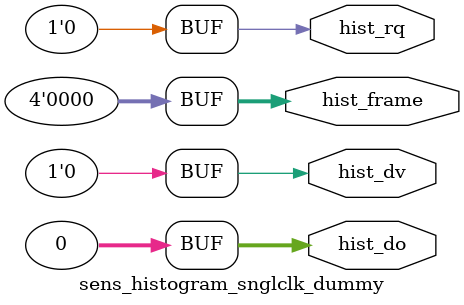
<source format=v>

/*!
 * <b>Module:</b>sens_histogram_snglclk
 * @file sens_histogram_snglclk.v
 * @date 2015-10-21  
 * @author Andrey Filippov     
 *
 * @brief Calculates per-color histogram over the specified rectangular region.
 *              Modified from the original sens_histogram to avoid using double
 *              frequency clock
 *
 * @copyright Copyright (c) 2015 Elphel, Inc.
 *
 * <b>License:</b>
 *
 * sens_histogram_snglclk.v is free software; you can redistribute it and/or modify
 * it under the terms of the GNU General Public License as published by
 * the Free Software Foundation, either version 3 of the License, or
 * (at your option) any later version.
 *
 *  sens_histogram_snglclk.v is distributed in the hope that it will be useful,
 * but WITHOUT ANY WARRANTY; without even the implied warranty of
 * MERCHANTABILITY or FITNESS FOR A PARTICULAR PURPOSE.  See the
 * GNU General Public License for more details.
 *
 * You should have received a copy of the GNU General Public License
 * along with this program.  If not, see <http://www.gnu.org/licenses/> .
 *
 * Additional permission under GNU GPL version 3 section 7:
 * If you modify this Program, or any covered work, by linking or combining it
 * with independent modules provided by the FPGA vendor only (this permission
 * does not extend to any 3-rd party modules, "soft cores" or macros) under
 * different license terms solely for the purpose of generating binary "bitstream"
 * files and/or simulating the code, the copyright holders of this Program give
 * you the right to distribute the covered work without those independent modules
 * as long as the source code for them is available from the FPGA vendor free of
 * charge, and there is no dependence on any encrypted modules for simulating of
 * the combined code. This permission applies to you if the distributed code
 * contains all the components and scripts required to completely simulate it
 * with at least one of the Free Software programs.
 */
`timescale 1ns/1ps
`include "system_defines.vh" // just for debugging histograms 
module  sens_histogram_snglclk #(
    parameter HISTOGRAM_RAM_MODE =     "BUF32", // valid: "NOBUF" (32-bits, no buffering - now is replaced by BUF32), "BUF18", "BUF32"
    parameter HISTOGRAM_ADDR =         'h33c,
    parameter HISTOGRAM_ADDR_MASK =    'h7fe,
    parameter HISTOGRAM_LEFT_TOP =     'h0,
    parameter HISTOGRAM_WIDTH_HEIGHT = 'h1, // 1.. 2^16, 0 - use HACT
    parameter [1:0] XOR_HIST_BAYER =  2'b00,// 11 // invert bayer setting
    parameter NUM_FRAME_BITS =          4 // number of bits use for frame number 
    
`ifdef DEBUG_RING
        ,parameter DEBUG_CMD_LATENCY = 2 // SuppressThisWarning VEditor - not used
`endif        
    
)(
    input                           mrst,      // @posedge mclk, sync reset
    input                           prst,      // @posedge pclk, sync reset
    input                           pclk,   // global clock input, pixel rate (96MHz for MT9P006)
    input      [NUM_FRAME_BITS-1:0] frame_num_seq, // frame number from the command sequencer, valid at sof
    input                           sof,
    input                           eof,
    input                           hact,
    input                     [7:0] hist_di, // 8-bit pixel data
    input                     [1:0] bayer,
    input                           mclk,
    input                           hist_en,  // @mclk - gracefully enable/disable histogram
    input                           hist_rst, // @mclk - immediately disable if true
    output                          hist_rq,
    output reg [NUM_FRAME_BITS-1:0] hist_frame, // frame number matching histogram output
    input                           hist_grant,
    output                   [31:0] hist_do,
    output reg                      hist_dv,
    input                     [7:0] cmd_ad,      // byte-serial command address/data (up to 6 bytes: AL-AH-D0-D1-D2-D3 
    input                           cmd_stb      // strobe (with first byte) for the command a/d
//    , input         monochrome    // NOT supported in this implementation  - use software to sum
`ifdef DEBUG_RING       
    ,output                       debug_do, // output to the debug ring
     input                        debug_sl, // 0 - idle, (1,0) - shift, (1,1) - load // SuppressThisWarning VEditor - not used
     input                        debug_di  // input from the debug ring
`endif

);
    
    localparam HIST_WIDTH = (HISTOGRAM_RAM_MODE == "BUF18") ? 18 : 32;
    
    reg  [NUM_FRAME_BITS-1:0] hist_frame_ram[0:1]; // frame numbers (in and out)
    reg         hist_bank_write;
    
    reg   [8:0] hist_rwaddr_even; // {bayer[1], pixel}
    reg   [8:0] hist_rwaddr_odd; // {bayer[1], pixel}
    
    reg         hist_bank_read;
    
    wire          set_left_top_w;
    wire          set_width_height_w;
     
    wire    [1:0] pio_addr;
    wire   [31:0] pio_data;
    wire          pio_stb;
    
    reg    [31:0] lt_mclk;   // left+top @ posedge mclk
    reg    [31:0] wh_mclk;   // width+height @ posedge mclk
    reg    [15:0] width_m1;  // @posedge pclk
    reg    [15:0] height_m1; // @posedge pclk 
    reg    [15:0] left;      // @posedge pclk
    reg    [15:0] top;       // @posedge pclk
    
    reg           hist_en_pclk;  // @pclk - gracefully enable/disable histogram
    reg           hist_rst_pclk; // @pclk - immediately disable if true
    reg           en;
    reg           en_new; // @ pclk - enable new frame
    
    reg           en_mclk;
    
    wire          set_left_top_pclk;
    wire          set_width_height_pclk;
//    reg           pclk_sync; // CE for pclk2x, ~=pclk
    reg           odd_pix;
    
    reg     [1:0] bayer_pclk;
    
    reg     [1:0] hact_d;
    
    reg           top_margin;   // above (before) active window
    reg     [1:0] hist_done;    // @pclk single cycle
    wire          hist_done_mclk;
    reg           hist_done_mclk_d; // next cycle after hist_done_mclk (hist_bank_read valid)
    
    reg           vert_woi;     // vertically in window TESTED ACTIVE
    reg           left_margin;  // left of (before) active window
//    reg    [2:0]  woi;          // @ pclk2x - inside WOI (and delayed
    reg    [6:0]  hor_woi;      // vertically in window and delayed
    reg    [15:0] vcntr;        // vertical (line) counter
    reg    [15:0] hcntr;        // horizontal (pixel) counter
    wire          vcntr_zero_w; // vertical counter is zero
    wire          hcntr_zero_w; // horizontal counter is zero

    reg           hist_out; // some data yet to be sent out
    reg           hist_out_d;
    reg     [2:0] hist_re;
    reg           hist_re_even;
    reg           hist_re_odd;
    reg     [9:0] hist_raddr;
    reg           hist_rq_r;
    wire          hist_xfer_done_mclk; //@ mclk
    wire          hist_xfer_done; // @pclk
    reg           hist_xfer_busy; // @pclk, during histogram readout , immediately after woi (no gaps)
    reg           wait_readout;   // only used in NOBUF mode, in outher modes readout is expected to be always finished in time
    
`ifdef DEBUG_RING
    reg    [15:0] debug_line_cntr;
    reg    [15:0] debug_lines;
`endif    
    
    assign set_left_top_w =     pio_stb && (pio_addr == HISTOGRAM_LEFT_TOP );
    assign set_width_height_w = pio_stb && (pio_addr == HISTOGRAM_WIDTH_HEIGHT );
    assign vcntr_zero_w =      !(|vcntr);
    assign hcntr_zero_w =      !(|hcntr);

    assign hist_rq = hist_rq_r;
    assign hist_xfer_done_mclk = hist_out_d && !hist_out && hist_en;

    wire       line_start_w = hact && !hact_d[0]; // // tested active
    reg        pre_first_line;
    reg        frame_active; // until done
    
`ifdef DEBUG_RING
    always @ (posedge pclk) begin
        if      (sof)          debug_line_cntr <= 0;
        else if (line_start_w) debug_line_cntr <= debug_line_cntr + 1;
        
        if      (sof)          debug_lines <= debug_line_cntr;
    end
`endif
    // frame number transfer from write (pclk) to read (mclk)
    always @ (posedge pclk) if (sof)              hist_frame_ram[hist_bank_write] <= frame_num_seq;
    always @ (posedge mclk) if (hist_done_mclk_d) hist_frame <=                      hist_frame_ram[hist_bank_read];
    
    
    always @ (posedge mclk) begin
        if (set_left_top_w)     lt_mclk <= pio_data;
        if (set_width_height_w) wh_mclk <= pio_data;
    end
    
    
    always @ (posedge pclk) begin
        if (set_left_top_pclk)     {top,left} <= lt_mclk[31:0];
        if (set_width_height_pclk) {height_m1,width_m1} <= wh_mclk[31:0];
    end
    
    // process WOI
    always @ (posedge pclk) begin
        hact_d <= {hact_d[0],hact};
        if      (!en)           pre_first_line <= 0;
        else if (sof && en_new) pre_first_line <= 1;
        else if (hact)          pre_first_line <= 0;
    
        if      (!en)                         top_margin <= 0;
        else if (sof && en_new)               top_margin <= 1;
        else if (vcntr_zero_w & line_start_w) top_margin <= 0;
        
        if (!en ||(pre_first_line && !hact))  vert_woi <= 0;
        else if (vcntr_zero_w & line_start_w) vert_woi <= top_margin;
        
        hist_done[0] <= vert_woi && (eof || (vcntr_zero_w && line_start_w)); // hist done never asserted, line_start_w - active
        hist_done[1] <= hist_done[0];
        
        if   (!en || hist_done[0])            frame_active <= 0;
        else if (sof && en_new)               frame_active <= 1;
        
        
        if ((pre_first_line && !hact) || !frame_active) vcntr <= top;
        else if (line_start_w)                          vcntr <= vcntr_zero_w ? height_m1 : (vcntr - 1);
        
        if (!frame_active)                    left_margin <= 0;
        else if (!hact_d[0])                  left_margin <= 1;
        else if (hcntr_zero_w)                left_margin <= 0;

        // !hact_d[0] to limit by right margin if window is set wrong
        
        if (!vert_woi || wait_readout || !hact_d[0]) hor_woi[0] <= 0; // postpone WOI if reading out/erasing histogram (no-buffer mode)
        else if (hcntr_zero_w)                       hor_woi[0] <= left_margin && vert_woi;

        hor_woi[6:1] <= hor_woi[5:0];
        
        if      (!hact_d[0])                     hcntr <= left;
        else if (hcntr_zero_w && left_margin)    hcntr <= width_m1;
        else if (left_margin || hor_woi[0])      hcntr <= hcntr - 1;
        
        if      (!en)                            hist_bank_write <= 0;
        else  if (hist_done[0])                  hist_bank_write <= !hist_bank_write;
        
        // hist_xfer_busy to extend en
        if      (!en)                      hist_xfer_busy <= 0;
        else if (hist_xfer_done)           hist_xfer_busy <= 0;
        else if (vcntr_zero_w && vert_woi) hist_xfer_busy <= 1;
        
        hist_en_pclk <= hist_en;
        hist_rst_pclk <= hist_rst;
        
        if      (hist_rst_pclk)                               en <= 0;
        else if (hist_en_pclk)                                en <= 1;
        else if (!top_margin && !vert_woi && !hist_xfer_busy) en <= 0;
        
        en_new <= !hist_rst_pclk && hist_en_pclk;

        if (!hact && hact_d[0])      bayer_pclk[1] <= !bayer_pclk[1];
        else if (pre_first_line && !hact) bayer_pclk[1] <= XOR_HIST_BAYER[1] ^ bayer[1];

        if (!hact)                        bayer_pclk[0] <= XOR_HIST_BAYER[0] ^ bayer[0];
        else                              bayer_pclk[0] <= ~bayer_pclk[0]; 

    end
    
    reg     [6:0] memen_even;
    reg     [6:0] memen_odd;
    wire          set_ra_even = memen_even[0];
    wire          regen_even =  memen_even[2];
    wire          set_wa_even = memen_even[5];
    wire          we_even =     memen_even[6];
    wire          set_ra_odd =  memen_odd[0];
    wire          regen_odd =   memen_odd[2];
    wire          set_wa_odd =  memen_odd[5];
    wire          we_odd =      memen_odd[6];

    reg           rwen_even; // re or we
    reg           rwen_odd; // re or we

    wire    [7:0] px_d0; // px delayed to match hor_woi (2 cycles)
    wire    [7:0] px_d2; // px delayed by 2 cycles from px_d0
    wire    [7:0] px_d4; // px delayed by 2 cycles from px_d2
    wire    [7:0] px_d5; // px delayed by 1 cycle  from px_d4
    
    reg  [HIST_WIDTH -1 :0] r0;
    reg  [HIST_WIDTH -1 :0] r1;
    reg                     r1_sat; // only used in 18-bit mode
    reg  [HIST_WIDTH -1 :0] r2;
    reg  [HIST_WIDTH -1 :0] r3;
    wire [HIST_WIDTH -1 :0] hist_new_even; // data (to increment) read from the histogram memory, even pixels
    wire [HIST_WIDTH -1 :0] hist_new_odd; // data (to increment) read from the histogram memory, odd pixels
    reg               [3:0] r_load;       // load r0-r1-r2-r3 registers
    reg                     r0_sel;     // select odd/even for r0 (other option possible)
    reg                     eq_prev_prev;    // pixel equals one before previous of the same color
    wire                    eq_prev_prev_d2; // eq_prev_prev delayed by 2 clocks to select r1 source
    reg                     eq_prev;         // pixel equals  previous of the same color
    wire                    eq_prev_d3;      // eq_prev delayed by 3 clocks to select r1 source
//    wire                    start_hor_woi = hcntr_zero_w && left_margin && vert_woi;
        
    
    // hist_di is 2 cycles ahead of hor_woi
    always @(posedge pclk) begin

        if (!hist_en_pclk || !(|hor_woi)) odd_pix <= 0;
        else                              odd_pix <= ~odd_pix;
        
        if (!hist_en_pclk || !((bayer[0] ^ XOR_HIST_BAYER[0] ^ left[0])? hor_woi[1] : hor_woi[0])) memen_even[0] <= 0;
        else                                                                            memen_even[0] <= ~memen_even[0];
        
        memen_even[6:1] <= memen_even[5:0];
         
        if (!hist_en_pclk || !((bayer[0] ^ XOR_HIST_BAYER[0] ^ left[0])? hor_woi[0] : hor_woi[1])) memen_odd[0]  <= 0;
        else                                                                            memen_odd[0]  <= ~memen_odd[0];
        
        memen_odd[6:1] <= memen_odd[5:0];

        if (hor_woi[1:0] == 2'b01) hist_rwaddr_even[8] <= bayer_pclk[1];
        if (hor_woi[1:0] == 2'b01) hist_rwaddr_odd[8]  <= bayer_pclk[1];
        
        if      (set_ra_even) hist_rwaddr_even[7:0] <= px_d0;
        else if (set_wa_even) hist_rwaddr_even[7:0] <= px_d5;
            
        if      (set_ra_odd)  hist_rwaddr_odd[7:0] <= px_d0;
        else if (set_wa_odd)  hist_rwaddr_odd[7:0] <= px_d5;
        
        rwen_even <= memen_even[0] || memen_even[5];
        rwen_odd  <=  memen_odd[0] ||  memen_odd[5];
        
        r_load <= {r_load[2:0], regen_even | regen_odd};
        r0_sel <= regen_odd;
        
//        eq_prev_prev <= hor_woi[4] && (px_d4 == px_d0);
//        eq_prev <=      hor_woi[2] && (px_d2 == px_d0);

        eq_prev_prev <= hor_woi[5] && (px_d4 == px_d0);
        eq_prev <=      hor_woi[3] && (px_d2 == px_d0);

        
        if (r_load[0]) r0 <=     eq_prev_prev_d2 ? r3 : (r0_sel ? hist_new_odd : hist_new_even);
        
        if (r_load[1]) r1 <=     eq_prev_d3 ?      r2 : r0;

        if (r_load[1]) r1_sat <= eq_prev_d3 ?  (&r2) : (&r0);
        
        if (r_load[2]) r2 <=     ((HISTOGRAM_RAM_MODE != "BUF18") || !r1_sat) ?  (r1 + 1) : r1;

        if (r_load[3]) r3 <=     r2;

    end    

    // after hist_out was off, require inactive grant before sending rq
    reg en_rq_start;
    
    always @ (posedge mclk) begin
        hist_done_mclk_d <= hist_done_mclk;
        en_mclk <= en && !hist_rst;
        if      (!en_mclk)         hist_out <= 0;
        else if (hist_done_mclk_d) hist_out <= 1;
        else if (&hist_raddr)      hist_out <= 0;
        
        hist_out_d <= hist_out;
        // reset address each time new transfer is started
        if      (!hist_out)  hist_raddr <= 0;
        else if (hist_re[0]) hist_raddr <= hist_raddr + 1;
        
        // prevent starting rq if grant is still on (back-to-back)
        if      (!hist_out)   en_rq_start <= 0;
        else if (!hist_grant) en_rq_start <= 1;

        hist_rq_r <= !hist_rst & en_mclk && hist_out && !(&hist_raddr) && en_rq_start;
        
        if      (!hist_out || (&hist_raddr[7:0])) hist_re[0] <= 0;
        else if (hist_grant)                      hist_re[0] <= 1;
        
        hist_re[2:1] <= hist_re[1:0];

        if      (!hist_out || (&hist_raddr[7:0])) hist_re_even <= 0;
        else if (hist_grant && !hist_re[0])       hist_re_even <= !hist_raddr[8];
        
        if      (!hist_out || (&hist_raddr[7:0])) hist_re_odd <=  0;
        else if (hist_grant && !hist_re[0])       hist_re_odd <=  hist_raddr[8];

        if (hist_done_mclk)                                        hist_bank_read <= !hist_bank_write; // it already changed
        hist_dv <= hist_re[2];
    
    end



    
    always @ (posedge pclk) begin
        if      (!en)                                          wait_readout <= 0;
        else if (hist_xfer_done)                               wait_readout <= 0;
    
    end

`ifdef DEBUG_RING
    debug_slave #(
        .SHIFT_WIDTH       (64),
        .READ_WIDTH        (64),
        .WRITE_WIDTH       (32),
        .DEBUG_CMD_LATENCY (DEBUG_CMD_LATENCY)
    ) debug_slave_i (
        .mclk       (mclk),     // input
        .mrst       (mrst),     // input
        .debug_di   (debug_di), // input
        .debug_sl   (debug_sl), // input
        .debug_do   (debug_do), // output
        .rd_data   ({debug_lines[15:0], debug_line_cntr[15:0], width_m1[15:0],  hcntr[15:0]}), // input[31:0] 
        .wr_data    (), // output[31:0]  - not used
        .stb        () // output  - not used
    );
`endif
    
    cmd_deser #(
        .ADDR        (HISTOGRAM_ADDR),
        .ADDR_MASK   (HISTOGRAM_ADDR_MASK),
        .NUM_CYCLES  (6),
        .ADDR_WIDTH  (2),
        .DATA_WIDTH  (32),
        .ADDR1       (0),
        .ADDR_MASK1  (0),
        .ADDR2       (0),
        .ADDR_MASK2  (0)
    ) cmd_deser_sens_histogram_i (
        .rst         (1'b0), // input
        .clk         (mclk), // input
        .srst        (mrst), // input
        .ad          (cmd_ad), // input[7:0] 
        .stb         (cmd_stb), // input
        .addr        (pio_addr), // output[15:0] 
        .data        (pio_data), // output[31:0] 
        .we          (pio_stb) // output
    );
    
    dly_16 #(
        .WIDTH(8)
    ) dly_16_px_dly0_i (
        .clk  (pclk),    // input
        .rst  (prst),    // input
        .dly  (4'h2),    // input[3:0] 
        .din  (hist_di), // input[0:0] 
        .dout (px_d0)    // output[0:0] 
    );
    
    dly_16 #(
        .WIDTH(8)
    ) dly_16_px_dly2_i (
        .clk  (pclk),    // input
        .rst  (prst),    // input
        .dly  (4'h1),    // input[3:0] 
        .din  (px_d0),   // input[0:0] 
        .dout (px_d2)    // output[0:0] 
    );
    
    dly_16 #(
        .WIDTH(8)
    ) dly_16_px_dly4_i (
        .clk  (pclk),    // input
        .rst  (prst),    // input
        .dly  (4'h1),    // input[3:0] 
        .din  (px_d2),   // input[0:0] 
        .dout (px_d4)    // output[0:0] 
    );
    
    dly_16 #(
        .WIDTH(8)
    ) dly_16_px_dly5_i (
        .clk  (pclk),    // input
        .rst  (prst),    // input
        .dly  (4'h0),    // input[3:0] 
        .din  (px_d4),   // input[0:0] 
        .dout (px_d5)    // output[0:0] 
    );
    
    dly_16 #(
        .WIDTH(1)
    ) dly_16_eq_prev_prev_d2_i (
        .clk  (pclk),           // input
        .rst  (prst),           // input
        .dly  (4'h1),           // input[3:0] 
        .din  (eq_prev_prev),   // input[0:0] 
        .dout (eq_prev_prev_d2) // output[0:0] 
    );
    
    dly_16 #(
        .WIDTH(1)
    ) dly_16_eq_prev_d3_i (
        .clk  (pclk),           // input
        .rst  (prst),           // input
        .dly  (4'h2),           // input[3:0] 
        .din  (eq_prev),        // input[0:0] 
        .dout (eq_prev_d3)      // output[0:0] 
    );
    
    
    pulse_cross_clock pulse_cross_clock_lt_i (
        .rst         (mrst), // input
        .src_clk     (mclk), // input
        .dst_clk     (pclk), // input
        .in_pulse    (set_left_top_w), // input
        .out_pulse   (set_left_top_pclk),    // output
        .busy() // output
    );
    
    pulse_cross_clock pulse_cross_clock_wh_i (
        .rst         (mrst), // input
        .src_clk     (mclk), // input
        .dst_clk     (pclk), // input
        .in_pulse    (set_width_height_w), // input
        .out_pulse   (set_width_height_pclk),    // output
        .busy() // output
    );
    
    pulse_cross_clock pulse_cross_clock_hist_done_i (
        .rst         (prst), // input
        .src_clk     (pclk), // input
        .dst_clk     (mclk), // input
        .in_pulse    (hist_done[1]), // input // so hist_done[0] is over before hist_done_mclk started
        .out_pulse   (hist_done_mclk),    // output
        .busy() // output
    );

    pulse_cross_clock pulse_cross_clock_hist_xfer_done_i (
        .rst         (mrst), // input
        .src_clk     (mclk), // input
        .dst_clk     (pclk), // input
        .in_pulse    (hist_xfer_done_mclk), // input
        .out_pulse   (hist_xfer_done),    // output
        .busy() // output
    );
    //TODO:  make it double cycle in timing

    // select between 18-bit wide histogram data using a single BRAM or 2 BRAMs having full 32 bits    
    generate
        if ((HISTOGRAM_RAM_MODE=="BUF32") || (HISTOGRAM_RAM_MODE=="NOBUF"))// impossible to use a two RAMB18E1 32-bit wide
            sens_hist_ram_snglclk_32 sens_hist_ram_snglclk_32_i (
                .pclk            (pclk), // input
                .addr_a_even     ({hist_bank_write, hist_rwaddr_even}),            // input[9:0] 
                .addr_a_odd      ({hist_bank_write, hist_rwaddr_odd}),             // input[9:0] 
                .data_in_a       (r2),                                             // input[31:0] 
                .data_out_a_even (hist_new_even),                                  // output[31:0] 
                .data_out_a_odd  (hist_new_odd),                                   // output[31:0] 
                .en_a_even       (rwen_even),                                      // input
                .en_a_odd        (rwen_odd),                                       // input
                .regen_a_even    (regen_even),                                     // input
                .regen_a_odd     (regen_odd),                                      // input
                .we_a_even       (we_even),                                        // input
                .we_a_odd        (we_odd),                                         // input
                .mclk            (mclk),                                           // input
                .addr_b          ({hist_bank_read,hist_raddr[9],hist_raddr[7:0]}), // input[9:0] 
                .data_out_b      (hist_do),                                        // output[31:0] reg 
                .re_even         (hist_re_even),                                   // input
                .re_odd          (hist_re_odd)                                     // input
            );
        else if (HISTOGRAM_RAM_MODE=="BUF18")
            sens_hist_ram_snglclk_18 sens_hist_ram_snglclk_18_i (
                .pclk            (pclk), // input
                .addr_a_even     ({hist_bank_write, hist_rwaddr_even}),            // input[9:0] 
                .addr_a_odd      ({hist_bank_write, hist_rwaddr_odd}),             // input[9:0] 
                .data_in_a       (r2[17:0]),                                       // input[31:0] 
                .data_out_a_even (hist_new_even[17:0]),                            // output[31:0] 
                .data_out_a_odd  (hist_new_odd[17:0]),                             // output[31:0] 
                .en_a_even       (rwen_even),                                      // input
                .en_a_odd        (rwen_odd),                                       // input
                .regen_a_even    (regen_even),                                     // input
                .regen_a_odd     (regen_odd),                                      // input
                .we_a_even       (we_even),                                        // input
                .we_a_odd        (we_odd),                                         // input
                .mclk            (mclk),                                           // input
                .addr_b          ({hist_bank_read,hist_raddr[9],hist_raddr[7:0]}), // input[9:0] 
                .data_out_b      (hist_do),                                        // output[31:0] reg 
                .re_even         (hist_re_even),                                   // input
                .re_odd          (hist_re_odd)                                     // input
            );
        
    endgenerate

endmodule

module sens_hist_ram_snglclk_32(
    input             pclk,
    input       [9:0] addr_a_even,
    input       [9:0] addr_a_odd,
    input      [31:0] data_in_a,
    output     [31:0] data_out_a_even,
    output     [31:0] data_out_a_odd,
    input             en_a_even,
    input             en_a_odd,
    input             regen_a_even,
    input             regen_a_odd,
    input             we_a_even,
    input             we_a_odd,
    
    input             mclk,
    input       [9:0] addr_b,
    output reg [31:0] data_out_b,
    input             re_even,
    input             re_odd
);
    reg   re_even_d;
    reg   re_odd_d;
    reg   odd;
    wire [31:0] data_out_b_w_even;
    wire [31:0] data_out_b_w_odd;
    always @(posedge mclk) begin
        re_even_d <=  re_even;
        re_odd_d <=   re_odd;
//        odd <=        re_odd;
        odd <=        re_odd_d;
        data_out_b <= odd ? data_out_b_w_odd : data_out_b_w_even;
    end
    
    ramt_var_w_var_r #(
        .COMMENT("sens_hist_ram_snglclk_32_ramt_var_w_var_r_even_i"),
        .REGISTERS_A(1),
        .REGISTERS_B(1),
        .LOG2WIDTH_A(5),
        .LOG2WIDTH_B(5),
        .WRITE_MODE_A("NO_CHANGE"),
        .WRITE_MODE_B("READ_FIRST")
    ) ramt_var_w_var_r_even_i (
        .clk_a      (pclk),                                 // input
        .addr_a     (addr_a_even),                          // input[10:0] 
        .en_a       (en_a_even),                            // input
        .regen_a    (regen_a_even),                         // input
        .we_a       (we_a_even),                            // input
        .data_out_a (data_out_a_even),                      // output[15:0] 
        .data_in_a  (data_in_a),                            // input[15:0] 
        .clk_b      (mclk),                                 // input
        .addr_b     (addr_b),     // input[10:0] 
        .en_b       (re_even),                              // input
        .regen_b    (re_even_d),                            // input
        .we_b       (1'b1),                                 // input
        .data_out_b (data_out_b_w_even),                    // output[15:0] 
        .data_in_b  (32'b0)                                 // input[15:0] 
    );

    ramt_var_w_var_r #(
        .COMMENT("sens_hist_ram_snglclk_32_ramt_var_w_var_r_odd_i"),
        .REGISTERS_A(1),
        .REGISTERS_B(1),
        .LOG2WIDTH_A(5),
        .LOG2WIDTH_B(5),
        .WRITE_MODE_A("NO_CHANGE"),
        .WRITE_MODE_B("READ_FIRST")
    ) ramt_var_w_var_r_odd_i (
        .clk_a      (pclk),                                 // input
        .addr_a     (addr_a_odd),                           // input[10:0] 
        .en_a       (en_a_odd),                             // input
        .regen_a    (regen_a_odd),                          // input
        .we_a       (we_a_odd),                             // input
        .data_out_a (data_out_a_odd),                       // output[15:0] 
        .data_in_a  (data_in_a),                            // input[15:0] 
        .clk_b      (mclk),                                 // input
        .addr_b     (addr_b),                               // input[10:0] 
        .en_b       (re_odd),                               // input
        .regen_b    (re_odd_d),                             // input
        .we_b       (1'b1),                                 // input
        .data_out_b (data_out_b_w_odd),                     // output[15:0] 
        .data_in_b  (32'b0)                                 // input[15:0] 
    );

endmodule


module sens_hist_ram_snglclk_18(
    input             pclk,
    input       [9:0] addr_a_even,
    input       [9:0] addr_a_odd,
    input      [17:0] data_in_a,
    output     [17:0] data_out_a_even,
    output     [17:0] data_out_a_odd,
    input             en_a_even,
    input             en_a_odd,
    input             regen_a_even,
    input             regen_a_odd,
    input             we_a_even,
    input             we_a_odd,
    
    input             mclk,
    input       [9:0] addr_b,
    output reg [31:0] data_out_b,
    input             re_even,
    input             re_odd
);
    reg   re_even_d;
    reg   re_odd_d;
    reg   odd;
    wire [17:0] data_out_b_w_even;
    wire [17:0] data_out_b_w_odd;
    always @(posedge mclk) begin
        re_even_d <=  re_even;
        re_odd_d <=   re_odd;
        odd <=        re_odd;
        data_out_b <= {14'b0,(odd ? data_out_b_w_odd : data_out_b_w_even)};
    end
    
    ram18tp_var_w_var_r #(
        .COMMENT("sens_hist_ram_snglclk_18_ramt_var_w_var_r_even_i"),
        .REGISTERS_A(1),
        .REGISTERS_B(1),
        .LOG2WIDTH_A(4),
        .LOG2WIDTH_B(4),
        .WRITE_MODE_A("NO_CHANGE"),
        .WRITE_MODE_B("READ_FIRST")
    ) ramt_var_w_var_r_even_i (
        .clk_a      (pclk),                                 // input
        .addr_a     (addr_a_even),                          // input[10:0] 
        .en_a       (en_a_even),                            // input
        .regen_a    (regen_a_even),                         // input
        .we_a       (we_a_even),                            // input
        .data_out_a (data_out_a_even),                      // output[15:0] 
        .data_in_a  (data_in_a),                            // input[15:0] 
        .clk_b      (mclk),                                 // input
        .addr_b     (addr_b),                               // input[10:0] 
        .en_b       (re_even),                              // input
        .regen_b    (re_even_d),                            // input
        .we_b       (1'b1),                                 // input
        .data_out_b (data_out_b_w_even),                    // output[15:0] 
        .data_in_b  (18'b0)                                 // input[15:0] 
    );

    ram18tp_var_w_var_r #(
        .COMMENT("sens_hist_ram_snglclk_18_ramt_var_w_var_r_odd_i"),
        .REGISTERS_A(1),
        .REGISTERS_B(1),
        .LOG2WIDTH_A(4),
        .LOG2WIDTH_B(4),
        .WRITE_MODE_A("NO_CHANGE"),
        .WRITE_MODE_B("READ_FIRST")
    ) ramt_var_w_var_r_odd_i (
        .clk_a      (pclk),                                 // input
        .addr_a     (addr_a_odd),                           // input[10:0] 
        .en_a       (en_a_odd),                             // input
        .regen_a    (regen_a_odd),                          // input
        .we_a       (we_a_odd),                             // input
        .data_out_a (data_out_a_odd),                       // output[15:0] 
        .data_in_a  (data_in_a),                            // input[15:0] 
        .clk_b      (mclk),                                 // input
        .addr_b     (addr_b),                               // input[10:0] 
        .en_b       (re_odd),                               // input
        .regen_b    (re_odd_d),                             // input
        .we_b       (1'b1),                                 // input
        .data_out_b (data_out_b_w_odd),                     // output[15:0] 
        .data_in_b  (18'b0)                                 // input[15:0] 
    );

endmodule

module  sens_histogram_snglclk_dummy #(
    parameter NUM_FRAME_BITS =          4 // number of bits use for frame number 
)(
    output        hist_rq,
    output [NUM_FRAME_BITS-1:0] hist_frame, // frame number matching histogram output
    
    output [31:0] hist_do,
    output        hist_dv
`ifdef DEBUG_RING       
    , output debug_do,
    input    debug_di
`endif         
);
    assign         hist_rq = 0;
    assign         hist_do = 0;
    assign         hist_dv = 0;
    assign         hist_frame = 0;
`ifdef DEBUG_RING       
    assign  debug_do =  debug_di;
`endif         
    
endmodule
</source>
